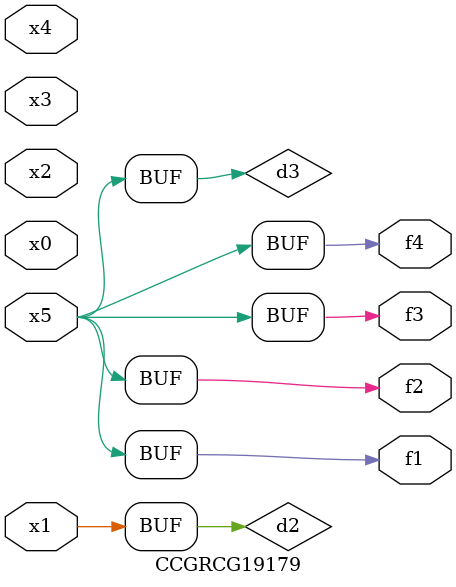
<source format=v>
module CCGRCG19179(
	input x0, x1, x2, x3, x4, x5,
	output f1, f2, f3, f4
);

	wire d1, d2, d3;

	not (d1, x5);
	or (d2, x1);
	xnor (d3, d1);
	assign f1 = d3;
	assign f2 = d3;
	assign f3 = d3;
	assign f4 = d3;
endmodule

</source>
